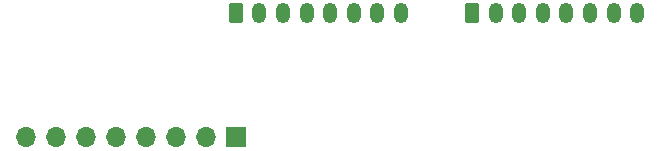
<source format=gbs>
%TF.GenerationSoftware,KiCad,Pcbnew,8.0.1*%
%TF.CreationDate,2024-04-09T17:17:27+02:00*%
%TF.ProjectId,vampire_pcb,76616d70-6972-4655-9f70-63622e6b6963,rev?*%
%TF.SameCoordinates,Original*%
%TF.FileFunction,Soldermask,Bot*%
%TF.FilePolarity,Negative*%
%FSLAX46Y46*%
G04 Gerber Fmt 4.6, Leading zero omitted, Abs format (unit mm)*
G04 Created by KiCad (PCBNEW 8.0.1) date 2024-04-09 17:17:27*
%MOMM*%
%LPD*%
G01*
G04 APERTURE LIST*
G04 Aperture macros list*
%AMRoundRect*
0 Rectangle with rounded corners*
0 $1 Rounding radius*
0 $2 $3 $4 $5 $6 $7 $8 $9 X,Y pos of 4 corners*
0 Add a 4 corners polygon primitive as box body*
4,1,4,$2,$3,$4,$5,$6,$7,$8,$9,$2,$3,0*
0 Add four circle primitives for the rounded corners*
1,1,$1+$1,$2,$3*
1,1,$1+$1,$4,$5*
1,1,$1+$1,$6,$7*
1,1,$1+$1,$8,$9*
0 Add four rect primitives between the rounded corners*
20,1,$1+$1,$2,$3,$4,$5,0*
20,1,$1+$1,$4,$5,$6,$7,0*
20,1,$1+$1,$6,$7,$8,$9,0*
20,1,$1+$1,$8,$9,$2,$3,0*%
G04 Aperture macros list end*
%ADD10RoundRect,0.250000X-0.350000X-0.625000X0.350000X-0.625000X0.350000X0.625000X-0.350000X0.625000X0*%
%ADD11O,1.200000X1.750000*%
%ADD12R,1.700000X1.700000*%
%ADD13O,1.700000X1.700000*%
G04 APERTURE END LIST*
D10*
%TO.C,J4*%
X138000000Y-54500000D03*
D11*
X140000000Y-54500000D03*
X142000000Y-54500000D03*
X144000000Y-54500000D03*
X146000000Y-54500000D03*
X148000000Y-54500000D03*
X150000000Y-54500000D03*
X152000000Y-54500000D03*
%TD*%
D12*
%TO.C,J1*%
X118000000Y-65000000D03*
D13*
X115460000Y-65000000D03*
X112920000Y-65000000D03*
X110380000Y-65000000D03*
X107840000Y-65000000D03*
X105300000Y-65000000D03*
X102760000Y-65000000D03*
X100220000Y-65000000D03*
%TD*%
D10*
%TO.C,J3*%
X118000000Y-54500000D03*
D11*
X120000000Y-54500000D03*
X122000000Y-54500000D03*
X124000000Y-54500000D03*
X126000000Y-54500000D03*
X128000000Y-54500000D03*
X130000000Y-54500000D03*
X132000000Y-54500000D03*
%TD*%
M02*

</source>
